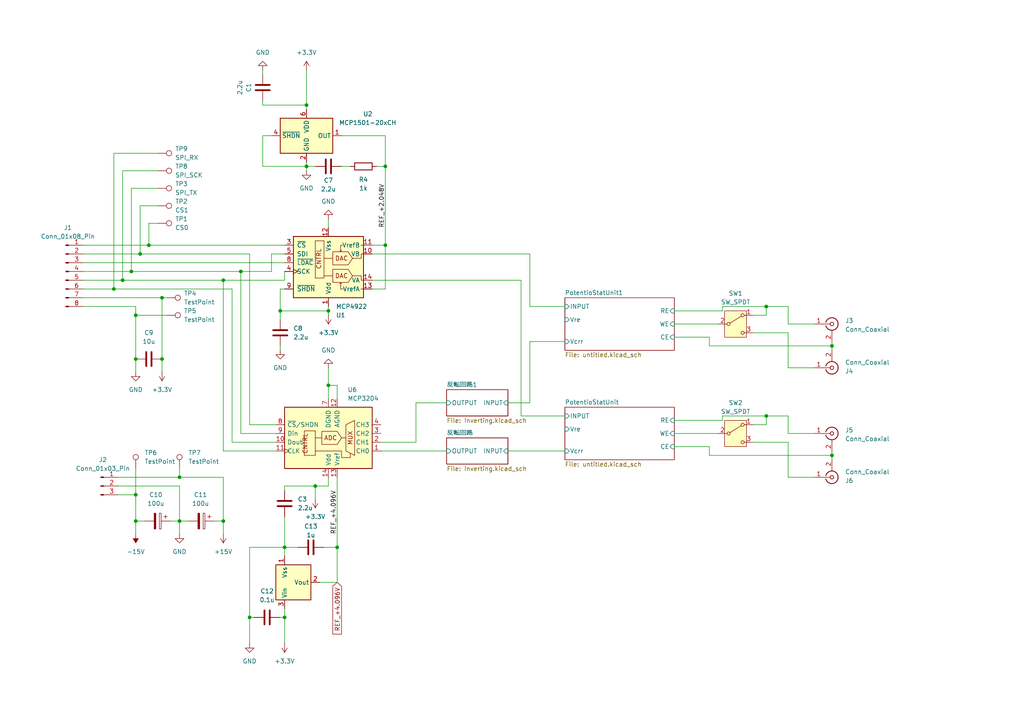
<source format=kicad_sch>
(kicad_sch (version 20231120) (generator "eeschema") (generator_version "8.0")
  (paper "A4")
  (lib_symbols
    (symbol "Analog_ADC:MCP3204" (pin_names (offset 0.762))
      (property "Reference" "U" (at -5.08 10.795 0))
      (property "Value" "MCP3204" (at -5.08 8.89 0))
      (symbol "MCP3204_0_0"
        (text "ADC" (at -0.635 -1.27 0) (effects (font (size 1.27 1.27))))
        (text "CNTRL" (at 5.969 -2.667 900) (effects (font (size 1.27 1.27)) (justify left bottom)))
        (text "MUX" (at -6.35 -1.27 900) (effects (font (size 1.27 1.27))))
      )
      (symbol "MCP3204_0_1"
        (polyline (pts (xy -5.08 -1.27) (xy -3.81 -1.27)))
        (polyline (pts (xy 1.905 -1.27) (xy 3.81 -1.27)))
        (polyline (pts (xy -7.62 3.81) (xy -7.62 -6.35) (xy -5.08 -5.08) (xy -5.08 2.54) (xy -7.62 3.81)))
        (polyline (pts (xy 3.81 2.54) (xy -3.81 2.54) (xy -3.81 4.445) (xy -6.35 4.445) (xy -6.35 3.175)))
        (polyline (pts (xy -3.81 -1.27) (xy -2.54 0.635) (xy 1.905 0.635) (xy 1.905 -3.175) (xy -2.54 -3.175) (xy -3.81 -1.27)))
        (rectangle (start 3.81 -3.302) (end 6.985 3.81))
        (rectangle (start 12.7 7.62) (end -12.7 -10.16) (stroke (width 0.254)) (fill (type background)))
      )
      (symbol "MCP3204_1_1"
        (pin input line (at -15.24 2.54 0) (length 2.54) (name "CH0") (number "1"))
        (pin output line (at 15.24 0 180) (length 2.54) (name "Dout") (number "10"))
        (pin input clock (at 15.24 2.54 180) (length 2.54) (name "CLK") (number "11"))
        (pin power_in line (at -2.54 -12.7 90) (length 2.54) (name "AGND") (number "12"))
        (pin power_in line (at -2.54 10.16 270) (length 2.54) (name "Vref") (number "13"))
        (pin power_in line (at 0 10.16 270) (length 2.54) (name "Vdd") (number "14"))
        (pin input line (at -15.24 0 0) (length 2.54) (name "CH1") (number "2"))
        (pin input line (at -15.24 -2.54 0) (length 2.54) (name "CH2") (number "3"))
        (pin input line (at -15.24 -5.08 0) (length 2.54) (name "CH3") (number "4"))
        (pin no_connect line (at -10.16 -10.16 90) (length 2.54) hide (name "NC") (number "5"))
        (pin no_connect line (at -7.62 -10.16 90) (length 2.54) hide (name "NC") (number "6"))
        (pin power_in line (at 0 -12.7 90) (length 2.54) (name "DGND") (number "7"))
        (pin input line (at 15.24 -5.08 180) (length 2.54) (name "~{CS}/SHDN") (number "8"))
        (pin input line (at 15.24 -2.54 180) (length 2.54) (name "Din") (number "9"))
      )
    )
    (symbol "Analog_DAC:MCP4922" (pin_names (offset 1.016))
      (property "Reference" "U" (at -1.905 10.795 0))
      (property "Value" "MCP4922" (at -1.905 8.89 0))
      (symbol "MCP4922_0_0"
        (polyline (pts (xy 3.556 -5.842) (xy 3.302 -6.096)))
        (polyline (pts (xy 3.556 -5.842) (xy 3.81 -6.096)))
        (polyline (pts (xy 3.556 3.302) (xy 3.302 3.556)))
        (polyline (pts (xy 3.556 3.302) (xy 3.81 3.556)))
        (polyline (pts (xy 10.16 -7.62) (xy 9.398 -7.62)))
        (polyline (pts (xy 10.16 5.08) (xy 9.398 5.08)))
        (polyline (pts (xy 4.064 -7.62) (xy 3.556 -7.62) (xy 3.556 -5.842)))
        (polyline (pts (xy 4.318 5.08) (xy 3.556 5.08) (xy 3.556 3.302)))
        (polyline (pts (xy 6.985 -3.81) (xy 9.525 -3.81) (xy 9.525 -5.08) (xy 10.16 -5.08)))
        (polyline (pts (xy 6.985 1.27) (xy 9.525 1.27) (xy 9.525 2.54) (xy 10.16 2.54)))
        (text "CNTRL" (at -2.032 -6.731 900) (effects (font (size 1.27 1.27)) (justify left bottom)))
        (text "DAC" (at 3.81 -3.81 0) (effects (font (size 1.27 1.27))))
        (text "DAC" (at 3.81 1.27 0) (effects (font (size 1.27 1.27))))
      )
      (symbol "MCP4922_0_1"
        (rectangle (start -10.16 7.62) (end 10.16 -10.16) (stroke (width 0.254)) (fill (type background)))
        (rectangle (start -1.27 -8.89) (end -3.81 1.905))
        (polyline (pts (xy 1.27 -3.81) (xy -1.27 -3.81)))
        (polyline (pts (xy 1.27 1.27) (xy -1.27 1.27)))
        (polyline (pts (xy 6.985 -3.81) (xy 5.715 -1.905) (xy 1.27 -1.905) (xy 1.27 -5.715) (xy 5.715 -5.715) (xy 6.985 -3.81)))
        (polyline (pts (xy 6.985 1.27) (xy 5.715 3.175) (xy 1.27 3.175) (xy 1.27 -0.635) (xy 5.715 -0.635) (xy 6.985 1.27)))
      )
      (symbol "MCP4922_1_1"
        (pin power_in line (at 0 10.16 270) (length 2.54) (name "Vdd") (number "1"))
        (pin output line (at 12.7 -5.08 180) (length 2.54) (name "VB") (number "10"))
        (pin input line (at 12.7 -7.62 180) (length 2.54) (name "VrefB") (number "11"))
        (pin power_in line (at 0 -12.7 90) (length 2.54) (name "Vss") (number "12"))
        (pin input line (at 12.7 5.08 180) (length 2.54) (name "VrefA") (number "13"))
        (pin output line (at 12.7 2.54 180) (length 2.54) (name "VA") (number "14"))
        (pin no_connect line (at -7.62 -10.16 90) (length 2.54) hide (name "NC") (number "2"))
        (pin input line (at -12.7 -7.62 0) (length 2.54) (name "~{CS}") (number "3"))
        (pin input clock (at -12.7 0 0) (length 2.54) (name "SCK") (number "4"))
        (pin input line (at -12.7 -5.08 0) (length 2.54) (name "SDI") (number "5"))
        (pin no_connect line (at -5.08 -10.16 90) (length 2.54) hide (name "NC") (number "6"))
        (pin no_connect line (at -2.54 -10.16 90) (length 2.54) hide (name "NC") (number "7"))
        (pin input line (at -12.7 -2.54 0) (length 2.54) (name "~{LDAC}") (number "8"))
        (pin input line (at -12.7 5.08 0) (length 2.54) (name "~{SHDN}") (number "9"))
      )
    )
    (symbol "Connector:Conn_01x03_Pin" (pin_names (offset 1.016) hide)
      (property "Reference" "J" (at 0 5.08 0))
      (property "Value" "Conn_01x03_Pin" (at 0 -5.08 0))
      (symbol "Conn_01x03_Pin_1_1"
        (polyline (pts (xy 1.27 -2.54) (xy 0.8636 -2.54)) (stroke (width 0.1524)))
        (polyline (pts (xy 1.27 0) (xy 0.8636 0)) (stroke (width 0.1524)))
        (polyline (pts (xy 1.27 2.54) (xy 0.8636 2.54)) (stroke (width 0.1524)))
        (rectangle (start 0.8636 -2.413) (end 0 -2.667) (stroke (width 0.1524)) (fill (type outline)))
        (rectangle (start 0.8636 0.127) (end 0 -0.127) (stroke (width 0.1524)) (fill (type outline)))
        (rectangle (start 0.8636 2.667) (end 0 2.413) (stroke (width 0.1524)) (fill (type outline)))
        (pin passive line (at 5.08 2.54 180) (length 3.81) (name "Pin_1") (number "1"))
        (pin passive line (at 5.08 0 180) (length 3.81) (name "Pin_2") (number "2"))
        (pin passive line (at 5.08 -2.54 180) (length 3.81) (name "Pin_3") (number "3"))
      )
    )
    (symbol "Connector:Conn_01x08_Pin" (pin_names (offset 1.016) hide)
      (property "Reference" "J" (at 0 10.16 0))
      (property "Value" "Conn_01x08_Pin" (at 0 -12.7 0))
      (symbol "Conn_01x08_Pin_1_1"
        (polyline (pts (xy 1.27 -10.16) (xy 0.8636 -10.16)) (stroke (width 0.1524)))
        (polyline (pts (xy 1.27 -7.62) (xy 0.8636 -7.62)) (stroke (width 0.1524)))
        (polyline (pts (xy 1.27 -5.08) (xy 0.8636 -5.08)) (stroke (width 0.1524)))
        (polyline (pts (xy 1.27 -2.54) (xy 0.8636 -2.54)) (stroke (width 0.1524)))
        (polyline (pts (xy 1.27 0) (xy 0.8636 0)) (stroke (width 0.1524)))
        (polyline (pts (xy 1.27 2.54) (xy 0.8636 2.54)) (stroke (width 0.1524)))
        (polyline (pts (xy 1.27 5.08) (xy 0.8636 5.08)) (stroke (width 0.1524)))
        (polyline (pts (xy 1.27 7.62) (xy 0.8636 7.62)) (stroke (width 0.1524)))
        (rectangle (start 0.8636 -10.033) (end 0 -10.287) (stroke (width 0.1524)) (fill (type outline)))
        (rectangle (start 0.8636 -7.493) (end 0 -7.747) (stroke (width 0.1524)) (fill (type outline)))
        (rectangle (start 0.8636 -4.953) (end 0 -5.207) (stroke (width 0.1524)) (fill (type outline)))
        (rectangle (start 0.8636 -2.413) (end 0 -2.667) (stroke (width 0.1524)) (fill (type outline)))
        (rectangle (start 0.8636 0.127) (end 0 -0.127) (stroke (width 0.1524)) (fill (type outline)))
        (rectangle (start 0.8636 2.667) (end 0 2.413) (stroke (width 0.1524)) (fill (type outline)))
        (rectangle (start 0.8636 5.207) (end 0 4.953) (stroke (width 0.1524)) (fill (type outline)))
        (rectangle (start 0.8636 7.747) (end 0 7.493) (stroke (width 0.1524)) (fill (type outline)))
        (pin passive line (at 5.08 7.62 180) (length 3.81) (name "Pin_1") (number "1"))
        (pin passive line (at 5.08 5.08 180) (length 3.81) (name "Pin_2") (number "2"))
        (pin passive line (at 5.08 2.54 180) (length 3.81) (name "Pin_3") (number "3"))
        (pin passive line (at 5.08 0 180) (length 3.81) (name "Pin_4") (number "4"))
        (pin passive line (at 5.08 -2.54 180) (length 3.81) (name "Pin_5") (number "5"))
        (pin passive line (at 5.08 -5.08 180) (length 3.81) (name "Pin_6") (number "6"))
        (pin passive line (at 5.08 -7.62 180) (length 3.81) (name "Pin_7") (number "7"))
        (pin passive line (at 5.08 -10.16 180) (length 3.81) (name "Pin_8") (number "8"))
      )
    )
    (symbol "Connector:Conn_Coaxial" (pin_names (offset 1.016) hide)
      (property "Reference" "J" (at 0.254 3.048 0))
      (property "Value" "Conn_Coaxial" (at 2.921 0 90))
      (symbol "Conn_Coaxial_0_1"
        (arc (start -1.778 -0.508) (mid 0.2311 -1.8066) (end 1.778 0) (stroke (width 0.254)))
        (polyline (pts (xy -2.54 0) (xy -0.508 0)))
        (polyline (pts (xy 0 -2.54) (xy 0 -1.778)))
        (circle (center 0 0) (radius 0.508) (stroke (width 0.2032)))
        (arc (start 1.778 0) (mid 0.2099 1.8101) (end -1.778 0.508) (stroke (width 0.254)))
      )
      (symbol "Conn_Coaxial_1_1"
        (pin passive line (at -5.08 0 0) (length 2.54) (name "In") (number "1"))
        (pin passive line (at 0 -5.08 90) (length 2.54) (name "Ext") (number "2"))
      )
    )
    (symbol "Connector:TestPoint" (pin_numbers hide) (pin_names (offset 0.762) hide)
      (property "Reference" "TP" (at 0 6.858 0))
      (property "Value" "TestPoint" (at 0 5.08 0))
      (symbol "TestPoint_0_1"
        (circle (center 0 3.302) (radius 0.762))
      )
      (symbol "TestPoint_1_1"
        (pin passive line (at 0 0 90) (length 2.54) (name "1") (number "1"))
      )
    )
    (symbol "Device:C" (pin_numbers hide) (pin_names (offset 0.254))
      (property "Reference" "C" (at 0.635 2.54 0))
      (property "Value" "C" (at 0.635 -2.54 0))
      (symbol "C_0_1"
        (polyline (pts (xy -2.032 -0.762) (xy 2.032 -0.762)) (stroke (width 0.508)))
        (polyline (pts (xy -2.032 0.762) (xy 2.032 0.762)) (stroke (width 0.508)))
      )
      (symbol "C_1_1"
        (pin passive line (at 0 3.81 270) (length 2.794) (name "~") (number "1"))
        (pin passive line (at 0 -3.81 90) (length 2.794) (name "~") (number "2"))
      )
    )
    (symbol "Device:C_Polarized" (pin_numbers hide) (pin_names (offset 0.254))
      (property "Reference" "C" (at 0.635 2.54 0))
      (property "Value" "C_Polarized" (at 0.635 -2.54 0))
      (symbol "C_Polarized_0_1"
        (rectangle (start -2.286 0.508) (end 2.286 1.016))
        (polyline (pts (xy -1.778 2.286) (xy -0.762 2.286)))
        (polyline (pts (xy -1.27 2.794) (xy -1.27 1.778)))
        (rectangle (start 2.286 -0.508) (end -2.286 -1.016) (fill (type outline)))
      )
      (symbol "C_Polarized_1_1"
        (pin passive line (at 0 3.81 270) (length 2.794) (name "~") (number "1"))
        (pin passive line (at 0 -3.81 90) (length 2.794) (name "~") (number "2"))
      )
    )
    (symbol "Device:R" (pin_numbers hide) (pin_names (offset 0))
      (property "Reference" "R" (at 2.032 0 90))
      (property "Value" "R" (at 0 0 90))
      (symbol "R_0_1"
        (rectangle (start -1.016 -2.54) (end 1.016 2.54) (stroke (width 0.254)))
      )
      (symbol "R_1_1"
        (pin passive line (at 0 3.81 270) (length 1.27) (name "~") (number "1"))
        (pin passive line (at 0 -3.81 90) (length 1.27) (name "~") (number "2"))
      )
    )
    (symbol "Reference_Voltage:MCP1501-20xCH"
      (property "Reference" "U" (at -6.35 6.35 0))
      (property "Value" "MCP1501-20xCH" (at 10.16 6.35 0))
      (symbol "MCP1501-20xCH_0_0"
        (pin power_out line (at 10.16 0 180) (length 2.54) (name "OUT") (number "1"))
        (pin power_in line (at 0 -7.62 90) (length 2.54) (name "GND") (number "2"))
        (pin passive line (at 0 -7.62 90) (length 2.54) hide (name "GND") (number "3"))
        (pin input line (at -10.16 0 0) (length 2.54) (name "~{SHDN}") (number "4"))
        (pin passive line (at 0 -7.62 90) (length 2.54) hide (name "GND") (number "5"))
        (pin power_in line (at 0 7.62 270) (length 2.54) (name "VDD") (number "6"))
      )
      (symbol "MCP1501-20xCH_0_1"
        (rectangle (start -7.62 5.08) (end 7.62 -5.08) (stroke (width 0.254)) (fill (type background)))
      )
    )
    (symbol "Reference_Voltage:MCP1541-TO"
      (property "Reference" "U" (at 1.27 8.89 0))
      (property "Value" "MCP1541-TO" (at 1.27 6.35 0))
      (symbol "MCP1541-TO_0_1"
        (rectangle (start -2.54 5.08) (end 7.62 -5.08) (stroke (width 0.254)) (fill (type background)))
      )
      (symbol "MCP1541-TO_1_1"
        (pin power_in line (at 0 -7.62 90) (length 2.54) (name "Vss") (number "1"))
        (pin power_out line (at 10.16 0 180) (length 2.54) (name "Vout") (number "2"))
        (pin power_in line (at 0 7.62 270) (length 2.54) (name "Vin") (number "3"))
      )
    )
    (symbol "Switch:SW_SPDT" (pin_names (offset 0) hide)
      (property "Reference" "SW" (at 0 5.08 0))
      (property "Value" "SW_SPDT" (at 0 -5.08 0))
      (symbol "SW_SPDT_0_1"
        (circle (center -2.032 0) (radius 0.4572))
        (polyline (pts (xy -1.651 0.254) (xy 1.651 2.286)))
        (circle (center 2.032 -2.54) (radius 0.4572))
        (circle (center 2.032 2.54) (radius 0.4572))
      )
      (symbol "SW_SPDT_1_1"
        (rectangle (start -3.175 3.81) (end 3.175 -3.81) (fill (type background)))
        (pin passive line (at 5.08 2.54 180) (length 2.54) (name "A") (number "1"))
        (pin passive line (at -5.08 0 0) (length 2.54) (name "B") (number "2"))
        (pin passive line (at 5.08 -2.54 180) (length 2.54) (name "C") (number "3"))
      )
    )
    (symbol "power:+15V" (power) (pin_numbers hide) (pin_names (offset 0) hide)
      (property "Value" "+15V" (at 0 3.556 0))
      (symbol "+15V_0_1"
        (polyline (pts (xy -0.762 1.27) (xy 0 2.54)))
        (polyline (pts (xy 0 0) (xy 0 2.54)))
        (polyline (pts (xy 0 2.54) (xy 0.762 1.27)))
      )
      (symbol "+15V_1_1"
        (pin power_in line (at 0 0 90) (length 0) (name "~") (number "1"))
      )
    )
    (symbol "power:+3.3V" (power) (pin_numbers hide) (pin_names (offset 0) hide)
      (property "Value" "+3.3V" (at 0 3.556 0))
      (symbol "+3.3V_0_1"
        (polyline (pts (xy -0.762 1.27) (xy 0 2.54)))
        (polyline (pts (xy 0 0) (xy 0 2.54)))
        (polyline (pts (xy 0 2.54) (xy 0.762 1.27)))
      )
      (symbol "+3.3V_1_1"
        (pin power_in line (at 0 0 90) (length 0) (name "~") (number "1"))
      )
    )
    (symbol "power:-15V" (power) (pin_numbers hide) (pin_names (offset 0) hide)
      (property "Value" "-15V" (at 0 3.556 0))
      (symbol "-15V_0_0"
        (pin power_in line (at 0 0 90) (length 0) (name "~") (number "1"))
      )
      (symbol "-15V_0_1"
        (polyline (pts (xy 0 0) (xy 0 1.27) (xy 0.762 1.27) (xy 0 2.54) (xy -0.762 1.27) (xy 0 1.27)) (fill (type outline)))
      )
    )
    (symbol "power:GND" (power) (pin_numbers hide) (pin_names (offset 0) hide)
      (property "Value" "GND" (at 0 -3.81 0))
      (symbol "GND_0_1"
        (polyline (pts (xy 0 0) (xy 0 -1.27) (xy 1.27 -1.27) (xy 0 -2.54) (xy -1.27 -1.27) (xy 0 -1.27)))
      )
      (symbol "GND_1_1"
        (pin power_in line (at 0 0 270) (length 0) (name "~") (number "1"))
      )
    )
  )
  (junction (at 52.07 138.43))
  (junction (at 88.9 48.26))
  (junction (at 222.25 88.9))
  (junction (at 33.02 83.82))
  (junction (at 72.39 179.07))
  (junction (at 40.64 73.66))
  (junction (at 39.37 143.51))
  (junction (at 46.99 104.14))
  (junction (at 241.3 132.08))
  (junction (at 39.37 151.13))
  (junction (at 64.77 81.28))
  (junction (at 43.18 71.12))
  (junction (at 64.77 151.13))
  (junction (at 97.79 158.75))
  (junction (at 111.76 71.12))
  (junction (at 52.07 151.13))
  (junction (at 95.25 111.76))
  (junction (at 39.37 104.14))
  (junction (at 88.9 30.48))
  (junction (at 95.25 90.17))
  (junction (at 39.37 91.44))
  (junction (at 222.25 120.65))
  (junction (at 69.85 78.74))
  (junction (at 82.55 179.07))
  (junction (at 91.44 140.97))
  (junction (at 46.99 86.36))
  (junction (at 81.28 90.17))
  (junction (at 38.1 78.74))
  (junction (at 35.56 81.28))
  (junction (at 241.3 100.33))
  (junction (at 111.76 48.26))
  (junction (at 82.55 158.75))
  (wire (pts (xy 153.67 99.06) (xy 153.67 116.84)))
  (wire (pts (xy 78.74 39.37) (xy 76.2 39.37)))
  (wire (pts (xy 218.44 96.52) (xy 228.6 96.52)))
  (wire (pts (xy 40.64 73.66) (xy 72.39 73.66)))
  (wire (pts (xy 91.44 140.97) (xy 91.44 144.78)))
  (wire (pts (xy 205.74 129.54) (xy 205.74 132.08)))
  (wire (pts (xy 151.13 120.65) (xy 163.83 120.65)))
  (wire (pts (xy 62.23 151.13) (xy 64.77 151.13)))
  (wire (pts (xy 92.71 168.91) (xy 97.79 168.91)))
  (wire (pts (xy 81.28 92.71) (xy 81.28 90.17)))
  (wire (pts (xy 82.55 149.86) (xy 82.55 158.75)))
  (wire (pts (xy 107.95 83.82) (xy 111.76 83.82)))
  (wire (pts (xy 88.9 49.53) (xy 88.9 48.26)))
  (wire (pts (xy 24.13 88.9) (xy 39.37 88.9)))
  (wire (pts (xy 43.18 71.12) (xy 82.55 71.12)))
  (wire (pts (xy 52.07 138.43) (xy 64.77 138.43)))
  (wire (pts (xy 93.98 158.75) (xy 97.79 158.75)))
  (wire (pts (xy 241.3 100.33) (xy 241.3 101.6)))
  (wire (pts (xy 222.25 123.19) (xy 222.25 120.65)))
  (wire (pts (xy 110.49 128.27) (xy 120.65 128.27)))
  (wire (pts (xy 82.55 140.97) (xy 82.55 142.24)))
  (wire (pts (xy 205.74 100.33) (xy 241.3 100.33)))
  (wire (pts (xy 38.1 54.61) (xy 38.1 78.74)))
  (wire (pts (xy 228.6 106.68) (xy 228.6 96.52)))
  (wire (pts (xy 107.95 81.28) (xy 151.13 81.28)))
  (wire (pts (xy 39.37 135.89) (xy 39.37 143.51)))
  (wire (pts (xy 209.55 121.92) (xy 209.55 120.65)))
  (wire (pts (xy 39.37 104.14) (xy 39.37 107.95)))
  (wire (pts (xy 24.13 71.12) (xy 43.18 71.12)))
  (wire (pts (xy 222.25 91.44) (xy 222.25 88.9)))
  (wire (pts (xy 241.3 132.08) (xy 241.3 133.35)))
  (wire (pts (xy 33.02 83.82) (xy 67.31 83.82)))
  (wire (pts (xy 46.99 86.36) (xy 46.99 104.14)))
  (wire (pts (xy 95.25 138.43) (xy 95.25 140.97)))
  (wire (pts (xy 110.49 130.81) (xy 129.54 130.81)))
  (wire (pts (xy 95.25 106.68) (xy 95.25 111.76)))
  (wire (pts (xy 45.72 64.77) (xy 43.18 64.77)))
  (wire (pts (xy 45.72 49.53) (xy 35.56 49.53)))
  (wire (pts (xy 222.25 120.65) (xy 228.6 120.65)))
  (wire (pts (xy 76.2 30.48) (xy 88.9 30.48)))
  (wire (pts (xy 69.85 78.74) (xy 78.74 78.74)))
  (wire (pts (xy 195.58 97.79) (xy 205.74 97.79)))
  (wire (pts (xy 88.9 48.26) (xy 88.9 46.99)))
  (wire (pts (xy 95.25 90.17) (xy 95.25 91.44)))
  (wire (pts (xy 205.74 132.08) (xy 241.3 132.08)))
  (wire (pts (xy 39.37 151.13) (xy 39.37 154.94)))
  (wire (pts (xy 153.67 73.66) (xy 153.67 88.9)))
  (wire (pts (xy 228.6 106.68) (xy 236.22 106.68)))
  (wire (pts (xy 222.25 88.9) (xy 228.6 88.9)))
  (wire (pts (xy 24.13 81.28) (xy 35.56 81.28)))
  (wire (pts (xy 49.53 151.13) (xy 52.07 151.13)))
  (wire (pts (xy 111.76 48.26) (xy 111.76 71.12)))
  (wire (pts (xy 81.28 90.17) (xy 95.25 90.17)))
  (wire (pts (xy 34.29 143.51) (xy 39.37 143.51)))
  (wire (pts (xy 81.28 90.17) (xy 81.28 83.82)))
  (wire (pts (xy 52.07 135.89) (xy 52.07 138.43)))
  (wire (pts (xy 88.9 20.32) (xy 88.9 30.48)))
  (wire (pts (xy 81.28 83.82) (xy 82.55 83.82)))
  (wire (pts (xy 91.44 140.97) (xy 82.55 140.97)))
  (wire (pts (xy 80.01 125.73) (xy 69.85 125.73)))
  (wire (pts (xy 81.28 179.07) (xy 82.55 179.07)))
  (wire (pts (xy 88.9 30.48) (xy 88.9 31.75)))
  (wire (pts (xy 111.76 71.12) (xy 107.95 71.12)))
  (wire (pts (xy 76.2 48.26) (xy 88.9 48.26)))
  (wire (pts (xy 72.39 179.07) (xy 72.39 158.75)))
  (wire (pts (xy 64.77 151.13) (xy 64.77 138.43)))
  (wire (pts (xy 153.67 116.84) (xy 147.32 116.84)))
  (wire (pts (xy 72.39 158.75) (xy 82.55 158.75)))
  (wire (pts (xy 39.37 143.51) (xy 39.37 151.13)))
  (wire (pts (xy 195.58 121.92) (xy 209.55 121.92)))
  (wire (pts (xy 35.56 49.53) (xy 35.56 81.28)))
  (wire (pts (xy 218.44 128.27) (xy 228.6 128.27)))
  (wire (pts (xy 80.01 130.81) (xy 64.77 130.81)))
  (wire (pts (xy 45.72 59.69) (xy 40.64 59.69)))
  (wire (pts (xy 241.3 130.81) (xy 241.3 132.08)))
  (wire (pts (xy 91.44 140.97) (xy 95.25 140.97)))
  (wire (pts (xy 45.72 54.61) (xy 38.1 54.61)))
  (wire (pts (xy 228.6 93.98) (xy 236.22 93.98)))
  (wire (pts (xy 163.83 99.06) (xy 153.67 99.06)))
  (wire (pts (xy 151.13 81.28) (xy 151.13 120.65)))
  (wire (pts (xy 46.99 104.14) (xy 46.99 107.95)))
  (wire (pts (xy 24.13 73.66) (xy 40.64 73.66)))
  (wire (pts (xy 195.58 93.98) (xy 208.28 93.98)))
  (wire (pts (xy 195.58 125.73) (xy 208.28 125.73)))
  (wire (pts (xy 45.72 44.45) (xy 33.02 44.45)))
  (wire (pts (xy 38.1 78.74) (xy 69.85 78.74)))
  (wire (pts (xy 39.37 151.13) (xy 41.91 151.13)))
  (wire (pts (xy 86.36 158.75) (xy 82.55 158.75)))
  (wire (pts (xy 129.54 116.84) (xy 120.65 116.84)))
  (wire (pts (xy 40.64 59.69) (xy 40.64 73.66)))
  (wire (pts (xy 109.22 48.26) (xy 111.76 48.26)))
  (wire (pts (xy 81.28 100.33) (xy 81.28 101.6)))
  (wire (pts (xy 195.58 129.54) (xy 205.74 129.54)))
  (wire (pts (xy 34.29 138.43) (xy 52.07 138.43)))
  (wire (pts (xy 34.29 140.97) (xy 52.07 140.97)))
  (wire (pts (xy 228.6 138.43) (xy 228.6 128.27)))
  (wire (pts (xy 107.95 73.66) (xy 153.67 73.66)))
  (wire (pts (xy 78.74 78.74) (xy 78.74 73.66)))
  (wire (pts (xy 228.6 138.43) (xy 236.22 138.43)))
  (wire (pts (xy 80.01 123.19) (xy 72.39 123.19)))
  (wire (pts (xy 97.79 115.57) (xy 97.79 111.76)))
  (wire (pts (xy 24.13 78.74) (xy 38.1 78.74)))
  (wire (pts (xy 72.39 179.07) (xy 73.66 179.07)))
  (wire (pts (xy 64.77 81.28) (xy 64.77 130.81)))
  (wire (pts (xy 39.37 91.44) (xy 48.26 91.44)))
  (wire (pts (xy 33.02 44.45) (xy 33.02 83.82)))
  (wire (pts (xy 67.31 128.27) (xy 67.31 83.82)))
  (wire (pts (xy 111.76 83.82) (xy 111.76 71.12)))
  (wire (pts (xy 195.58 90.17) (xy 209.55 90.17)))
  (wire (pts (xy 95.25 63.5) (xy 95.25 66.04)))
  (wire (pts (xy 64.77 81.28) (xy 82.55 81.28)))
  (wire (pts (xy 95.25 111.76) (xy 95.25 115.57)))
  (wire (pts (xy 80.01 128.27) (xy 67.31 128.27)))
  (wire (pts (xy 76.2 30.48) (xy 76.2 29.21)))
  (wire (pts (xy 209.55 88.9) (xy 222.25 88.9)))
  (wire (pts (xy 82.55 81.28) (xy 82.55 78.74)))
  (wire (pts (xy 147.32 130.81) (xy 163.83 130.81)))
  (wire (pts (xy 228.6 88.9) (xy 228.6 93.98)))
  (wire (pts (xy 52.07 140.97) (xy 52.07 151.13)))
  (wire (pts (xy 52.07 151.13) (xy 52.07 154.94)))
  (wire (pts (xy 205.74 97.79) (xy 205.74 100.33)))
  (wire (pts (xy 52.07 151.13) (xy 54.61 151.13)))
  (wire (pts (xy 72.39 179.07) (xy 72.39 186.69)))
  (wire (pts (xy 82.55 158.75) (xy 82.55 161.29)))
  (wire (pts (xy 241.3 99.06) (xy 241.3 100.33)))
  (wire (pts (xy 24.13 76.2) (xy 82.55 76.2)))
  (wire (pts (xy 72.39 73.66) (xy 72.39 123.19)))
  (wire (pts (xy 228.6 120.65) (xy 228.6 125.73)))
  (wire (pts (xy 24.13 86.36) (xy 46.99 86.36)))
  (wire (pts (xy 48.26 86.36) (xy 46.99 86.36)))
  (wire (pts (xy 120.65 116.84) (xy 120.65 128.27)))
  (wire (pts (xy 24.13 83.82) (xy 33.02 83.82)))
  (wire (pts (xy 101.6 48.26) (xy 99.06 48.26)))
  (wire (pts (xy 76.2 48.26) (xy 76.2 39.37)))
  (wire (pts (xy 35.56 81.28) (xy 64.77 81.28)))
  (wire (pts (xy 64.77 154.94) (xy 64.77 151.13)))
  (wire (pts (xy 209.55 90.17) (xy 209.55 88.9)))
  (wire (pts (xy 153.67 88.9) (xy 163.83 88.9)))
  (wire (pts (xy 97.79 158.75) (xy 97.79 168.91)))
  (wire (pts (xy 209.55 120.65) (xy 222.25 120.65)))
  (wire (pts (xy 82.55 176.53) (xy 82.55 179.07)))
  (wire (pts (xy 76.2 20.32) (xy 76.2 21.59)))
  (wire (pts (xy 43.18 64.77) (xy 43.18 71.12)))
  (wire (pts (xy 39.37 91.44) (xy 39.37 104.14)))
  (wire (pts (xy 99.06 39.37) (xy 111.76 39.37)))
  (wire (pts (xy 97.79 111.76) (xy 95.25 111.76)))
  (wire (pts (xy 97.79 138.43) (xy 97.79 158.75)))
  (wire (pts (xy 82.55 179.07) (xy 82.55 186.69)))
  (wire (pts (xy 218.44 123.19) (xy 222.25 123.19)))
  (wire (pts (xy 95.25 88.9) (xy 95.25 90.17)))
  (wire (pts (xy 218.44 91.44) (xy 222.25 91.44)))
  (wire (pts (xy 228.6 125.73) (xy 236.22 125.73)))
  (wire (pts (xy 39.37 88.9) (xy 39.37 91.44)))
  (wire (pts (xy 69.85 78.74) (xy 69.85 125.73)))
  (wire (pts (xy 88.9 48.26) (xy 91.44 48.26)))
  (wire (pts (xy 78.74 73.66) (xy 82.55 73.66)))
  (wire (pts (xy 111.76 39.37) (xy 111.76 48.26)))
  (label "REF_+4.096V" (at 97.79 154.94 90))
  (label "REF_+2.048V" (at 111.76 66.04 90))
  (global_label "REF_+4.096V" (shape input) (at 97.79 168.91 270) (property "Intersheetrefs" "${INTERSHEET_REFS}" (effects (hide yes))))
  (symbol (lib_id "Device:C") (at 76.2 25.4 0) (unit 1)
    (property "Reference" "C1" (at 72.136 25.4 90))
    (property "Value" "2.2u" (at 69.596 25.4 90))
    (property "Description" "Unpolarized capacitor" (effects (hide yes)))
    (property "Sim.Device" "C" (effects (hide yes)))
    (property "Sim.Type" "=" (effects (hide yes)))
    (property "Sim.Params" "c=2.2u" (effects (hide yes)))
    (property "Sim.Pins" "1=+ 2=-" (effects (hide yes)))
  )
  (symbol (lib_id "power:-15V") (at 39.37 154.94 180) (unit 1)
    (property "Reference" "#PWR08" (effects (hide yes)))
    (property "Value" "-15V" (at 39.37 160.02 0))
    (property "Description" "Power symbol creates a global label with name \"-15V\"" (effects (hide yes)))
  )
  (symbol (lib_id "Analog_ADC:MCP3204") (at 95.25 128.27 180) (unit 1)
    (property "Reference" "U6" (at 100.8065 113.03 0) (effects (justify right)))
    (property "Value" "MCP3204" (at 100.8065 115.57 0) (effects (justify right)))
    (property "Datasheet" "http://ww1.microchip.com/downloads/en/DeviceDoc/21298c.pdf" (effects (hide yes)))
    (property "Description" "A/D Converter, 12-Bit, 4-Channel, SPI Interface, 2.7V-5.5V" (effects (hide yes)))
  )
  (symbol (lib_id "Switch:SW_SPDT") (at 213.36 125.73 0) (unit 1)
    (property "Reference" "SW2" (at 213.36 116.84 0))
    (property "Value" "SW_SPDT" (at 213.36 119.38 0))
    (property "Description" "Switch, single pole double throw" (effects (hide yes)))
  )
  (symbol (lib_id "power:GND") (at 76.2 20.32 180) (unit 1)
    (property "Reference" "#PWR021" (effects (hide yes)))
    (property "Value" "GND" (at 76.2 15.24 0))
    (property "Description" "Power symbol creates a global label with name \"GND\" , ground" (effects (hide yes)))
  )
  (symbol (lib_id "power:+3.3V") (at 95.25 91.44 180) (unit 1)
    (property "Reference" "#PWR04" (effects (hide yes)))
    (property "Value" "+3.3V" (at 95.25 96.52 0))
    (property "Description" "Power symbol creates a global label with name \"+3.3V\"" (effects (hide yes)))
  )
  (symbol (lib_id "Connector:Conn_Coaxial") (at 241.3 138.43 0) (mirror x) (unit 1)
    (property "Reference" "J6" (at 245.11 139.4069 0) (effects (justify left)))
    (property "Value" "Conn_Coaxial" (at 245.11 136.8669 0) (effects (justify left)))
    (property "Description" "coaxial connector (BNC, SMA, SMB, SMC, Cinch/RCA, LEMO, ...)" (effects (hide yes)))
  )
  (symbol (lib_id "Device:C_Polarized") (at 45.72 151.13 270) (unit 1)
    (property "Reference" "C10" (at 45.212 143.51 90))
    (property "Value" "100u" (at 45.212 146.05 90))
    (property "Description" "Polarized capacitor" (effects (hide yes)))
  )
  (symbol (lib_id "Connector:Conn_Coaxial") (at 241.3 93.98 0) (unit 1)
    (property "Reference" "J3" (at 245.11 93.0031 0) (effects (justify left)))
    (property "Value" "Conn_Coaxial" (at 245.11 95.5431 0) (effects (justify left)))
    (property "Description" "coaxial connector (BNC, SMA, SMB, SMC, Cinch/RCA, LEMO, ...)" (effects (hide yes)))
  )
  (symbol (lib_id "Connector:TestPoint") (at 45.72 64.77 270) (unit 1)
    (property "Reference" "TP1" (at 50.8 63.4999 90) (effects (justify left)))
    (property "Value" "CS0" (at 50.8 66.0399 90) (effects (justify left)))
    (property "Description" "test point" (effects (hide yes)))
  )
  (symbol (lib_id "Device:C") (at 81.28 96.52 0) (unit 1)
    (property "Reference" "C8" (at 85.09 95.2499 0) (effects (justify left)))
    (property "Value" "2.2u" (at 85.09 97.7899 0) (effects (justify left)))
    (property "Description" "Unpolarized capacitor" (effects (hide yes)))
    (property "Sim.Device" "C" (effects (hide yes)))
    (property "Sim.Type" "=" (effects (hide yes)))
    (property "Sim.Params" "c=2.2u" (effects (hide yes)))
    (property "Sim.Pins" "1=+ 2=-" (effects (hide yes)))
  )
  (symbol (lib_id "Device:R") (at 105.41 48.26 270) (unit 1)
    (property "Reference" "R4" (at 105.41 52.07 90))
    (property "Value" "1k" (at 105.41 54.61 90))
    (property "Description" "Resistor" (effects (hide yes)))
  )
  (symbol (lib_id "power:+3.3V") (at 46.99 107.95 180) (unit 1)
    (property "Reference" "#PWR02" (effects (hide yes)))
    (property "Value" "+3.3V" (at 46.99 113.03 0))
    (property "Description" "Power symbol creates a global label with name \"+3.3V\"" (effects (hide yes)))
  )
  (symbol (lib_id "Reference_Voltage:MCP1501-20xCH") (at 88.9 39.37 0) (unit 1)
    (property "Reference" "U2" (at 106.68 33.0514 0))
    (property "Value" "MCP1501-20xCH" (at 106.68 35.5914 0))
    (property "Footprint" "Package_TO_SOT_SMD:SOT-23-6" (effects (hide yes)))
    (property "Datasheet" "http://ww1.microchip.com/downloads/en/DeviceDoc/20005474E.pdf" (effects (hide yes)))
    (property "Description" "2.048V, 0.1%, 20mA, Precision Voltage Reference, SOT-23-6" (effects (hide yes)))
  )
  (symbol (lib_id "Connector:Conn_Coaxial") (at 241.3 106.68 0) (mirror x) (unit 1)
    (property "Reference" "J4" (at 245.11 107.6569 0) (effects (justify left)))
    (property "Value" "Conn_Coaxial" (at 245.11 105.1169 0) (effects (justify left)))
    (property "Description" "coaxial connector (BNC, SMA, SMB, SMC, Cinch/RCA, LEMO, ...)" (effects (hide yes)))
  )
  (symbol (lib_id "Connector:TestPoint") (at 45.72 49.53 270) (unit 1)
    (property "Reference" "TP8" (at 50.8 48.2599 90) (effects (justify left)))
    (property "Value" "SPI_SCK" (at 50.8 50.7999 90) (effects (justify left)))
    (property "Description" "test point" (effects (hide yes)))
  )
  (symbol (lib_id "Switch:SW_SPDT") (at 213.36 93.98 0) (unit 1)
    (property "Reference" "SW1" (at 213.36 85.09 0))
    (property "Value" "SW_SPDT" (at 213.36 87.63 0))
    (property "Description" "Switch, single pole double throw" (effects (hide yes)))
  )
  (symbol (lib_id "Device:C") (at 95.25 48.26 90) (unit 1)
    (property "Reference" "C7" (at 95.25 52.324 90))
    (property "Value" "2.2u" (at 95.25 54.864 90))
    (property "Description" "Unpolarized capacitor" (effects (hide yes)))
    (property "Sim.Device" "C" (effects (hide yes)))
    (property "Sim.Type" "=" (effects (hide yes)))
    (property "Sim.Params" "c=2.2u" (effects (hide yes)))
    (property "Sim.Pins" "1=+ 2=-" (effects (hide yes)))
  )
  (symbol (lib_id "Connector:TestPoint") (at 52.07 135.89 0) (unit 1)
    (property "Reference" "TP7" (at 54.61 131.3179 0) (effects (justify left)))
    (property "Value" "TestPoint" (at 54.61 133.8579 0) (effects (justify left)))
    (property "Description" "test point" (effects (hide yes)))
  )
  (symbol (lib_id "Connector:TestPoint") (at 48.26 91.44 270) (unit 1)
    (property "Reference" "TP5" (at 53.34 90.1699 90) (effects (justify left)))
    (property "Value" "TestPoint" (at 53.34 92.7099 90) (effects (justify left)))
    (property "Description" "test point" (effects (hide yes)))
  )
  (symbol (lib_id "Device:C_Polarized") (at 58.42 151.13 270) (unit 1)
    (property "Reference" "C11" (at 58.166 143.51 90))
    (property "Value" "100u" (at 58.166 146.05 90))
    (property "Description" "Polarized capacitor" (effects (hide yes)))
  )
  (symbol (lib_id "Connector:Conn_01x03_Pin") (at 29.21 140.97 0) (unit 1)
    (property "Reference" "J2" (at 29.845 133.35 0))
    (property "Value" "Conn_01x03_Pin" (at 29.845 135.89 0))
    (property "Description" "Generic connector, single row, 01x03, script generated" (effects (hide yes)))
  )
  (symbol (lib_id "Device:C") (at 43.18 104.14 90) (unit 1)
    (property "Reference" "C9" (at 43.18 96.52 90))
    (property "Value" "10u" (at 43.18 99.06 90))
    (property "Description" "Unpolarized capacitor" (effects (hide yes)))
  )
  (symbol (lib_id "power:GND") (at 72.39 186.69 0) (unit 1)
    (property "Reference" "#PWR025" (effects (hide yes)))
    (property "Value" "GND" (at 72.39 191.77 0))
    (property "Description" "Power symbol creates a global label with name \"GND\" , ground" (effects (hide yes)))
  )
  (symbol (lib_id "power:GND") (at 52.07 154.94 0) (unit 1)
    (property "Reference" "#PWR07" (effects (hide yes)))
    (property "Value" "GND" (at 52.07 160.02 0))
    (property "Description" "Power symbol creates a global label with name \"GND\" , ground" (effects (hide yes)))
  )
  (symbol (lib_id "Device:C") (at 82.55 146.05 0) (unit 1)
    (property "Reference" "C3" (at 86.36 144.7799 0) (effects (justify left)))
    (property "Value" "2.2u" (at 86.36 147.3199 0) (effects (justify left)))
    (property "Description" "Unpolarized capacitor" (effects (hide yes)))
    (property "Sim.Device" "C" (effects (hide yes)))
    (property "Sim.Type" "=" (effects (hide yes)))
    (property "Sim.Params" "c=1u" (effects (hide yes)))
    (property "Sim.Pins" "1=+ 2=-" (effects (hide yes)))
  )
  (symbol (lib_id "power:+3.3V") (at 91.44 144.78 180) (unit 1)
    (property "Reference" "#PWR012" (effects (hide yes)))
    (property "Value" "+3.3V" (at 91.44 149.86 0))
    (property "Description" "Power symbol creates a global label with name \"+3.3V\"" (effects (hide yes)))
  )
  (symbol (lib_id "power:GND") (at 81.28 101.6 0) (unit 1)
    (property "Reference" "#PWR020" (effects (hide yes)))
    (property "Value" "GND" (at 81.28 106.68 0))
    (property "Description" "Power symbol creates a global label with name \"GND\" , ground" (effects (hide yes)))
  )
  (symbol (lib_id "power:+15V") (at 64.77 154.94 180) (unit 1)
    (property "Reference" "#PWR09" (effects (hide yes)))
    (property "Value" "+15V" (at 64.77 160.02 0))
    (property "Description" "Power symbol creates a global label with name \"+15V\"" (effects (hide yes)))
  )
  (symbol (lib_id "Connector:Conn_01x08_Pin") (at 19.05 78.74 0) (unit 1)
    (property "Reference" "J1" (at 19.685 66.04 0))
    (property "Value" "Conn_01x08_Pin" (at 19.685 68.58 0))
    (property "Description" "Generic connector, single row, 01x08, script generated" (effects (hide yes)))
  )
  (symbol (lib_id "Connector:TestPoint") (at 39.37 135.89 0) (unit 1)
    (property "Reference" "TP6" (at 41.91 131.3179 0) (effects (justify left)))
    (property "Value" "TestPoint" (at 41.91 133.8579 0) (effects (justify left)))
    (property "Description" "test point" (effects (hide yes)))
  )
  (symbol (lib_id "Connector:TestPoint") (at 45.72 54.61 270) (unit 1)
    (property "Reference" "TP3" (at 50.8 53.3399 90) (effects (justify left)))
    (property "Value" "SPI_TX" (at 50.8 55.8799 90) (effects (justify left)))
    (property "Description" "test point" (effects (hide yes)))
  )
  (symbol (lib_id "Device:C") (at 77.47 179.07 90) (unit 1)
    (property "Reference" "C12" (at 77.47 171.45 90))
    (property "Value" "0.1u" (at 77.47 173.99 90))
    (property "Description" "Unpolarized capacitor" (effects (hide yes)))
    (property "Sim.Device" "C" (effects (hide yes)))
    (property "Sim.Type" "=" (effects (hide yes)))
    (property "Sim.Params" "c=1u" (effects (hide yes)))
    (property "Sim.Pins" "1=+ 2=-" (effects (hide yes)))
  )
  (symbol (lib_id "Connector:TestPoint") (at 45.72 59.69 270) (unit 1)
    (property "Reference" "TP2" (at 50.8 58.4199 90) (effects (justify left)))
    (property "Value" "CS1" (at 50.8 60.9599 90) (effects (justify left)))
    (property "Description" "test point" (effects (hide yes)))
  )
  (symbol (lib_id "Connector:TestPoint") (at 48.26 86.36 270) (unit 1)
    (property "Reference" "TP4" (at 53.34 85.0899 90) (effects (justify left)))
    (property "Value" "TestPoint" (at 53.34 87.6299 90) (effects (justify left)))
    (property "Description" "test point" (effects (hide yes)))
  )
  (symbol (lib_id "Connector:Conn_Coaxial") (at 241.3 125.73 0) (unit 1)
    (property "Reference" "J5" (at 245.11 124.7531 0) (effects (justify left)))
    (property "Value" "Conn_Coaxial" (at 245.11 127.2931 0) (effects (justify left)))
    (property "Description" "coaxial connector (BNC, SMA, SMB, SMC, Cinch/RCA, LEMO, ...)" (effects (hide yes)))
  )
  (symbol (lib_id "power:+3.3V") (at 88.9 20.32 0) (unit 1)
    (property "Reference" "#PWR05" (effects (hide yes)))
    (property "Value" "+3.3V" (at 88.9 15.24 0))
    (property "Description" "Power symbol creates a global label with name \"+3.3V\"" (effects (hide yes)))
  )
  (symbol (lib_id "power:+3.3V") (at 82.55 186.69 180) (unit 1)
    (property "Reference" "#PWR024" (effects (hide yes)))
    (property "Value" "+3.3V" (at 82.55 191.77 0))
    (property "Description" "Power symbol creates a global label with name \"+3.3V\"" (effects (hide yes)))
  )
  (symbol (lib_id "Analog_DAC:MCP4922") (at 95.25 78.74 0) (mirror x) (unit 1)
    (property "Reference" "U1" (at 97.4441 91.44 0) (effects (justify left)))
    (property "Value" "MCP4922" (at 97.4441 88.9 0) (effects (justify left)))
    (property "Datasheet" "http://ww1.microchip.com/downloads/en/DeviceDoc/22250A.pdf" (effects (hide yes)))
    (property "Description" "2-Channel 12-Bit D/A Converters with SPI Interface" (effects (hide yes)))
  )
  (symbol (lib_id "power:GND") (at 88.9 49.53 0) (unit 1)
    (property "Reference" "#PWR06" (effects (hide yes)))
    (property "Value" "GND" (at 88.9 54.61 0))
    (property "Description" "Power symbol creates a global label with name \"GND\" , ground" (effects (hide yes)))
  )
  (symbol (lib_id "power:GND") (at 95.25 63.5 180) (unit 1)
    (property "Reference" "#PWR03" (effects (hide yes)))
    (property "Value" "GND" (at 95.25 58.42 0))
    (property "Description" "Power symbol creates a global label with name \"GND\" , ground" (effects (hide yes)))
  )
  (symbol (lib_id "power:GND") (at 95.25 106.68 180) (unit 1)
    (property "Reference" "#PWR019" (effects (hide yes)))
    (property "Value" "GND" (at 95.25 101.6 0))
    (property "Description" "Power symbol creates a global label with name \"GND\" , ground" (effects (hide yes)))
  )
  (symbol (lib_id "power:GND") (at 39.37 107.95 0) (unit 1)
    (property "Reference" "#PWR01" (effects (hide yes)))
    (property "Value" "GND" (at 39.37 113.03 0))
    (property "Description" "Power symbol creates a global label with name \"GND\" , ground" (effects (hide yes)))
  )
  (symbol (lib_id "Connector:TestPoint") (at 45.72 44.45 270) (unit 1)
    (property "Reference" "TP9" (at 50.8 43.1799 90) (effects (justify left)))
    (property "Value" "SPI_RX" (at 50.8 45.7199 90) (effects (justify left)))
    (property "Description" "test point" (effects (hide yes)))
  )
  (symbol (lib_id "Device:C") (at 90.17 158.75 90) (unit 1)
    (property "Reference" "C13" (at 90.17 152.654 90))
    (property "Value" "1u" (at 90.17 155.194 90))
    (property "Description" "Unpolarized capacitor" (effects (hide yes)))
    (property "Sim.Device" "C" (effects (hide yes)))
    (property "Sim.Type" "=" (effects (hide yes)))
    (property "Sim.Params" "c=1u" (effects (hide yes)))
    (property "Sim.Pins" "1=+ 2=-" (effects (hide yes)))
  )
  (symbol (lib_id "Reference_Voltage:MCP1541-TO") (at 82.55 168.91 0) (mirror x) (unit 1)
    (property "Reference" "U7" (effects (hide yes)))
    (property "Value" "MCP1541-TO" (effects (hide yes)))
    (property "Footprint" "Package_TO_SOT_THT:TO-92_Inline" (effects (hide yes)))
    (property "Datasheet" "http://ww1.microchip.com/downloads/en/devicedoc/21653b.pdf" (effects (hide yes)))
    (property "Description" "4.096V Voltage Reference, TO-92" (effects (hide yes)))
  )
  (sheet (at 163.83 118.11) (size 31.75 15.24) (stroke (width 0.1524))
    (property "Sheetname" "PotentioStatUnit" (at 163.83 117.3984 0) (effects (justify left bottom)))
    (property "Sheetfile" "untitled.kicad_sch" (at 163.83 133.9346 0) (effects (justify left top)))
    (pin "CE" input (at 195.58 129.54 0))
    (pin "RE" input (at 195.58 121.92 0))
    (pin "WE" input (at 195.58 125.73 0))
    (pin "Vcrr" input (at 163.83 130.81 180))
    (pin "INPUT" input (at 163.83 120.65 180))
    (pin "Vre" input (at 163.83 124.46 180))
  )
  (sheet (at 163.83 86.36) (size 31.75 15.24) (stroke (width 0.1524))
    (property "Sheetname" "PotentioStatUnit1" (at 163.83 85.6484 0) (effects (justify left bottom)))
    (property "Sheetfile" "untitled.kicad_sch" (at 163.83 102.1846 0) (effects (justify left top)))
    (pin "CE" input (at 195.58 97.79 0))
    (pin "RE" input (at 195.58 90.17 0))
    (pin "WE" input (at 195.58 93.98 0))
    (pin "Vcrr" input (at 163.83 99.06 180))
    (pin "INPUT" input (at 163.83 88.9 180))
    (pin "Vre" input (at 163.83 92.71 180))
  )
  (sheet (at 129.54 113.03) (size 17.78 7.62) (stroke (width 0.1524))
    (property "Sheetname" "反転回路1" (at 129.54 112.3184 0) (effects (justify left bottom)))
    (property "Sheetfile" "Inverting.kicad_sch" (at 129.54 121.2346 0) (effects (justify left top)))
    (pin "INPUT" input (at 147.32 116.84 0))
    (pin "OUTPUT" input (at 129.54 116.84 180))
  )
  (sheet (at 129.54 127) (size 17.78 7.62) (stroke (width 0.1524))
    (property "Sheetname" "反転回路" (at 129.54 126.2884 0) (effects (justify left bottom)))
    (property "Sheetfile" "Inverting.kicad_sch" (at 129.54 135.2046 0) (effects (justify left top)))
    (pin "INPUT" input (at 147.32 130.81 0))
    (pin "OUTPUT" input (at 129.54 130.81 180))
  )
)
</source>
